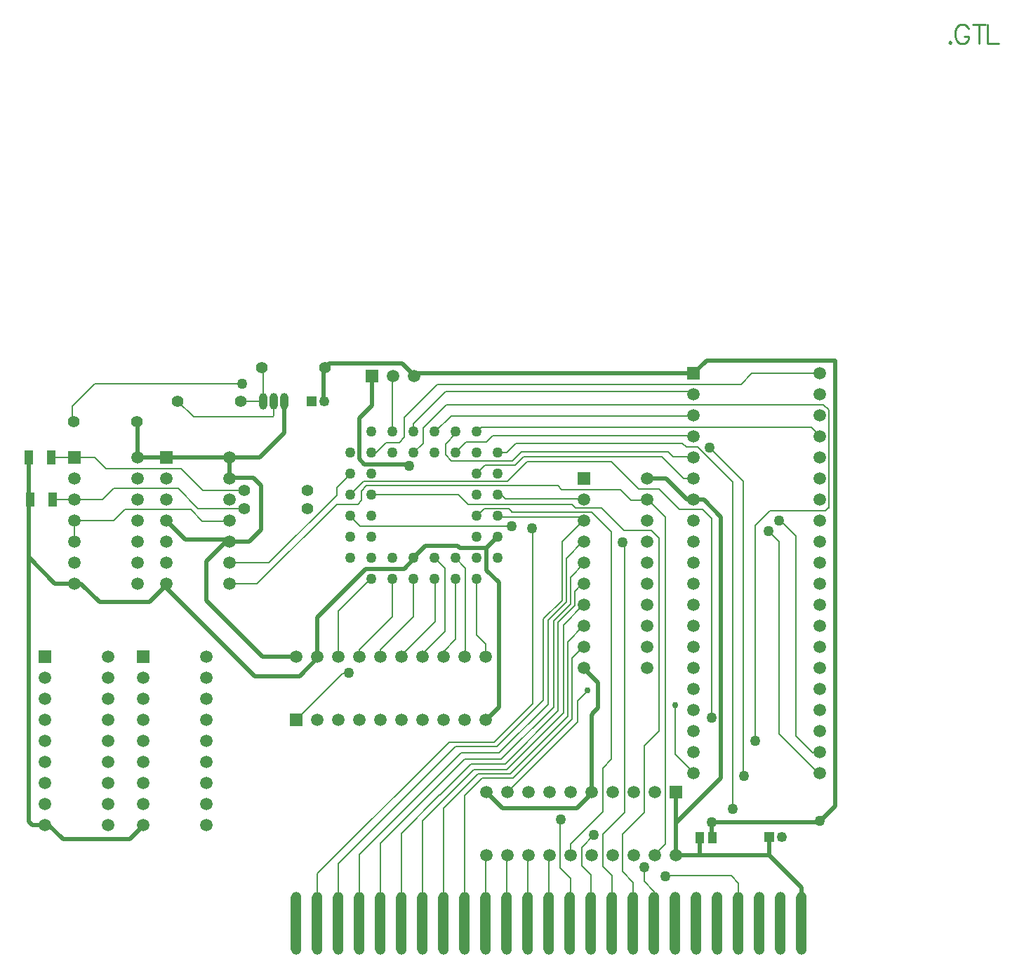
<source format=gtl>
%FSLAX25Y25*%
%MOIN*%
G70*
G01*
G75*
G04 Layer_Physical_Order=1*
G04 Layer_Color=255*
%ADD10R,0.04331X0.05512*%
%ADD11R,0.04331X0.06693*%
%ADD12O,0.05000X0.30000*%
%ADD13C,0.02000*%
%ADD14C,0.00800*%
%ADD15C,0.00900*%
%ADD16C,0.04921*%
%ADD17R,0.04921X0.04921*%
%ADD18R,0.05906X0.05906*%
%ADD19C,0.05906*%
%ADD20C,0.05906*%
%ADD21C,0.05512*%
%ADD22R,0.05906X0.05906*%
%ADD23R,0.05906X0.05906*%
%ADD24C,0.05000*%
%ADD25O,0.03937X0.07874*%
%ADD26C,0.03000*%
D10*
X323647Y54800D02*
D03*
X329553D02*
D03*
D11*
X16415Y215500D02*
D03*
X5785D02*
D03*
X15715Y235500D02*
D03*
X5085D02*
D03*
D12*
X132100Y14300D02*
D03*
X142100D02*
D03*
X152100D02*
D03*
X162100D02*
D03*
X172100D02*
D03*
X182100D02*
D03*
X192100D02*
D03*
X202100D02*
D03*
X212100D02*
D03*
X222100D02*
D03*
X232100D02*
D03*
X242100D02*
D03*
X252100D02*
D03*
X262100D02*
D03*
X272100D02*
D03*
X282100D02*
D03*
X292100D02*
D03*
X302100D02*
D03*
X312100D02*
D03*
X322100D02*
D03*
X332100D02*
D03*
X342100D02*
D03*
X352100D02*
D03*
X362100D02*
D03*
X372100D02*
D03*
D13*
X323700Y46500D02*
Y55300D01*
Y46500D02*
X356700D01*
X356400Y46800D02*
X356647Y47047D01*
Y55300D01*
X380500Y62400D02*
X387900Y69800D01*
X320500Y275100D02*
X327000Y281600D01*
X145500Y278200D02*
X147700Y280400D01*
X145053Y262600D02*
Y277853D01*
X320700Y215500D02*
X325600D01*
X333700Y207400D01*
Y83100D02*
Y207400D01*
X356700Y46500D02*
X372100Y31100D01*
Y16400D02*
Y31100D01*
Y14300D02*
Y26400D01*
X312400Y61800D02*
Y76500D01*
Y61800D02*
X333700Y83100D01*
X193500Y193600D02*
X208600D01*
X209600Y192600D01*
X222500D01*
X227700Y197800D01*
X228400Y198500D01*
X275300Y116600D02*
Y128700D01*
X329400Y55500D02*
Y62400D01*
Y55500D02*
X329800Y55100D01*
X312400Y46500D02*
X323700D01*
X323600Y55400D02*
X323700Y55300D01*
X312400Y46500D02*
Y61800D01*
X222500Y182000D02*
Y192600D01*
Y182000D02*
X228300Y176200D01*
Y116900D02*
Y176200D01*
X329400Y62400D02*
X380500D01*
X190200Y275500D02*
X320700D01*
X222400Y76500D02*
X230000Y68900D01*
X265300D01*
X272900Y76500D01*
X268400Y135600D02*
X275300Y128700D01*
X272400Y76500D02*
Y113106D01*
X272600Y113306D01*
Y113900D01*
X275300Y116600D01*
X114800Y235500D02*
X126400Y247100D01*
Y262400D01*
Y262500D01*
X101000Y235500D02*
X114800D01*
X100900D02*
X101000Y235400D01*
X115900Y140900D02*
X132000D01*
X89300Y167500D02*
X115900Y140900D01*
X89300Y167500D02*
Y186200D01*
X70200Y205500D02*
X79200Y196500D01*
X70000Y205700D02*
X70200Y205500D01*
X71500D01*
X70200Y235500D02*
X99400D01*
Y235400D02*
X100200Y234600D01*
X56600Y235500D02*
X69400D01*
X69800Y235100D01*
X56600Y235500D02*
Y252100D01*
X5085Y188115D02*
X17500Y175700D01*
X29800D02*
X38600Y166900D01*
X62200D01*
X188100Y274200D02*
Y274700D01*
X182400Y280400D02*
X188100Y274700D01*
X147700Y280400D02*
X182400D01*
X188400Y273700D02*
X190200Y275500D01*
X387900Y69800D02*
Y281600D01*
X327000D02*
X387900D01*
X100200Y225500D02*
Y226000D01*
Y234600D01*
X99800Y226000D02*
X100200D01*
X111800D02*
X115400Y222400D01*
X168100Y260200D02*
Y274200D01*
X162100Y254200D02*
X168100Y260200D01*
X162100Y234800D02*
Y254200D01*
Y234800D02*
X164500Y232400D01*
X184900D01*
X317800Y215500D02*
X320700D01*
X307700Y225600D02*
X317800Y215500D01*
X297800Y225600D02*
X307700D01*
X115400Y201300D02*
Y222400D01*
X109800Y195700D02*
X115400Y201300D01*
X89300Y186200D02*
X99600Y196500D01*
X99300Y195700D02*
X109800D01*
X79200Y196500D02*
X99600D01*
X100200Y226000D02*
X111800D01*
X142000Y140900D02*
Y159700D01*
X165000Y182700D01*
X183300D01*
X221800Y110400D02*
X228300Y116900D01*
X183300Y182700D02*
X187700Y187100D01*
X188200Y187600D01*
X187700Y187100D02*
Y187800D01*
X193500Y193600D01*
X112300Y131600D02*
X133600D01*
X62200Y166900D02*
X70200Y174900D01*
X70300Y175000D01*
X70200Y173700D02*
X112300Y131600D01*
X70200Y173700D02*
Y174900D01*
Y175500D01*
X133600Y131600D02*
X142500Y140500D01*
X70300Y175000D02*
X70700Y175400D01*
X70300Y175000D02*
Y175900D01*
X5085Y62600D02*
Y188115D01*
Y62600D02*
X6785Y60900D01*
X14500D02*
X21200Y54200D01*
X53100D01*
X6785Y60900D02*
X12800D01*
X14500D01*
X5085Y188115D02*
Y235500D01*
X53100Y54200D02*
X60400Y61500D01*
X17500Y175700D02*
X29800D01*
D14*
X222100Y46200D02*
X222400Y46500D01*
X222100Y14300D02*
Y46200D01*
X232100D02*
X232400Y46500D01*
X232100Y14300D02*
Y46200D01*
X242100D02*
X242400Y46500D01*
X242100Y14300D02*
Y46200D01*
X252100D02*
X252400Y46500D01*
X252100Y14300D02*
Y46200D01*
X252400Y76500D02*
Y76900D01*
X320700Y105500D02*
X321200D01*
X320700Y165500D02*
X320900D01*
X320700Y145500D02*
X320800D01*
X320700Y175500D02*
X321600D01*
X320700Y185500D02*
X321700D01*
X320700Y195500D02*
X321200D01*
X321500Y205500D02*
X321600Y205600D01*
X320700Y205500D02*
X321500D01*
X320700Y215500D02*
X321400D01*
X268800Y165500D02*
X268900D01*
X197700Y187900D02*
X202600Y183000D01*
X207700Y187800D02*
X212500Y183000D01*
Y141300D02*
Y183000D01*
X211900Y140700D02*
X212500Y141300D01*
X222000Y140900D02*
Y146800D01*
X217700Y151100D02*
X222000Y146800D01*
X217700Y151100D02*
Y177800D01*
Y178100D01*
X318800Y266900D02*
X320300Y265400D01*
X177700Y247800D02*
Y274300D01*
X380700Y105500D02*
X381200D01*
X207700Y237800D02*
X212800Y242900D01*
X268900Y205700D02*
X269200D01*
X277700Y67100D02*
Y88000D01*
X262400Y51800D02*
X277700Y67100D01*
X262400Y45900D02*
Y46500D01*
Y51800D01*
X197700Y247800D02*
X198000D01*
X202000Y140900D02*
Y143300D01*
X207800Y149100D01*
Y178000D01*
X192000Y140900D02*
Y142300D01*
X202600Y152900D01*
Y183000D01*
X182000Y140900D02*
Y141500D01*
X198100Y157600D01*
Y178100D01*
X172000Y140900D02*
Y144100D01*
X187700Y159800D01*
Y178100D01*
X162000Y140900D02*
Y144200D01*
X177700Y159900D01*
Y177700D01*
X167700Y197800D02*
X168200D01*
X302100Y14300D02*
Y28400D01*
X212100Y14300D02*
Y75000D01*
X202100Y14300D02*
Y68900D01*
X232400Y76500D02*
X265700Y109800D01*
Y120000D01*
X270200Y124500D01*
X212100Y75000D02*
X220400Y83300D01*
X202100Y68900D02*
X218500Y85300D01*
X312100Y94500D02*
Y117800D01*
X212800Y242900D02*
X222400D01*
X225400Y245900D02*
X320200D01*
Y245800D02*
X321200D01*
X292100Y14300D02*
Y33700D01*
X222400Y242900D02*
X225400Y245900D01*
X198000Y247800D02*
X205600Y255400D01*
X320500D01*
X320600Y255500D01*
X187700Y237800D02*
X192300Y242400D01*
Y249500D01*
X257500Y40600D02*
X262400Y35700D01*
X361400Y205700D02*
X362800Y204300D01*
X363300D01*
X258300Y195500D02*
X258400Y195600D01*
X227400Y218100D02*
X228900D01*
X231200Y215800D01*
X269200D01*
X152000Y140900D02*
Y162500D01*
X167600Y178100D01*
X286853Y38947D02*
X292100Y33700D01*
X219853Y249953D02*
X376547D01*
X380700Y245800D01*
X217700Y247800D02*
X219853Y249953D01*
X348300Y275500D02*
X380700D01*
X343200Y270400D02*
X348300Y275500D01*
X381000Y275400D02*
Y275800D01*
X258350Y195650D02*
X268550Y205850D01*
X268700Y206000D01*
X268550Y205850D02*
X268700Y205700D01*
X227700Y207800D02*
X228300Y207200D01*
X267200D01*
X268550Y205850D01*
X220500Y83200D02*
X235000D01*
X218500Y85300D02*
X233600D01*
X268000Y145300D02*
X268900D01*
X268500Y155500D02*
X268700D01*
X268500Y165500D02*
X268800D01*
X267800Y175500D02*
X268800D01*
X235000Y83200D02*
X262900Y111100D01*
X233600Y85300D02*
X260900Y112600D01*
X262900Y111100D02*
Y140200D01*
X268000Y145300D01*
X260900Y112600D02*
Y147900D01*
X268500Y155500D01*
X258900Y114200D02*
Y155900D01*
X268500Y165500D01*
X229400Y92200D02*
X254200Y117000D01*
X227500Y98100D02*
X249500Y120100D01*
Y158800D01*
X258300Y167600D01*
Y195500D01*
X251700Y118400D02*
Y158172D01*
X260300Y166772D01*
X254200Y117000D02*
Y157843D01*
X262300Y165943D01*
X256500Y115100D02*
Y157315D01*
X264300Y165115D01*
Y172000D01*
X267800Y175500D01*
X268600Y195500D02*
X268700D01*
X142100Y14300D02*
Y31300D01*
X377400Y95400D02*
X380700D01*
X361200Y104300D02*
X380000Y85500D01*
X380700D01*
X320200Y225600D02*
X320700D01*
X321000D01*
X227700Y237800D02*
X228100D01*
X214700Y270400D02*
X217000D01*
X343200D01*
X167700Y237800D02*
X169900D01*
X174800Y242700D01*
X180900D01*
X207700Y246800D02*
Y247800D01*
X202900Y242000D02*
X207700Y246800D01*
X202900Y236800D02*
Y242000D01*
Y236800D02*
X205800Y233900D01*
X319600Y235500D02*
X320700D01*
X311100Y235900D02*
X320500D01*
X217700Y227800D02*
X221800Y231900D01*
X308800Y238200D02*
X311100Y235900D01*
X342100Y14300D02*
Y33300D01*
X338600Y36800D02*
X342100Y33300D01*
X307300Y36800D02*
X338600D01*
X302100Y14300D02*
Y29200D01*
X297200Y34100D02*
X302100Y29200D01*
X302400Y46500D02*
Y47000D01*
X307400Y52000D02*
Y207300D01*
X298500Y215800D02*
X299300Y216600D01*
X302400Y47000D02*
X307400Y52000D01*
X286853Y38947D02*
Y56553D01*
X297300Y67000D02*
Y98600D01*
X304400Y105700D01*
Y197300D01*
X300800Y200900D02*
X304400Y197300D01*
X167600Y217800D02*
X167700D01*
X286853Y56553D02*
X297300Y67000D01*
X282100Y14300D02*
Y36900D01*
X277600Y41400D02*
X282100Y36900D01*
X277600Y41400D02*
Y56500D01*
X288100Y67000D01*
X287000Y195100D02*
X288100Y194000D01*
X162400Y202800D02*
X234500D01*
X157700Y207500D02*
X162400Y202800D01*
X288100Y67000D02*
Y194000D01*
X272100Y14300D02*
Y37200D01*
X267600Y41700D02*
X272100Y37200D01*
X267600Y41700D02*
Y50400D01*
X273400Y56200D01*
X344500Y221200D02*
Y221800D01*
Y221200D02*
Y224200D01*
X328400Y240300D02*
X344500Y224200D01*
X329200Y111800D02*
Y206500D01*
X324900Y210800D02*
X329200Y206500D01*
X314000Y210800D02*
X324900D01*
X304200Y220600D02*
X314000Y210800D01*
X164000Y224100D02*
X232200D01*
X157700Y217800D02*
X164000Y224100D01*
X198900Y270400D02*
X217000D01*
X187700Y247800D02*
Y251500D01*
X203100Y266900D01*
X318800D01*
X183200Y254700D02*
X198900Y270400D01*
X180900Y242700D02*
X183300Y245100D01*
Y254900D01*
X192300Y249500D02*
X203500Y260700D01*
X382300D01*
X384900Y258100D01*
X36200Y270500D02*
X106500D01*
X25600Y259900D02*
X36200Y270500D01*
X25600Y253800D02*
Y259900D01*
X26600Y205500D02*
X45300D01*
X50700Y210900D01*
X15715Y235500D02*
X25800D01*
X16415Y215500D02*
X26400D01*
X26600Y196000D02*
Y205500D01*
Y196000D02*
X26900Y195700D01*
X115800Y278000D02*
X116400Y277400D01*
X105700Y262400D02*
X115900D01*
X116400D02*
Y277400D01*
X75700Y262400D02*
X83200Y254900D01*
X120900D01*
X121500Y255500D01*
Y262500D01*
X50700Y210900D02*
X60100D01*
X81900D02*
X87400Y205400D01*
X60100Y210900D02*
X81900D01*
X87400Y205400D02*
X101200D01*
X238700Y238100D02*
X238900Y238200D01*
X308800D01*
X227700Y237800D02*
X231900D01*
X236500Y242400D01*
X315400D01*
X317300Y240500D01*
X322600D01*
X205800Y233900D02*
X234600D01*
X238900Y238200D01*
X26600Y235500D02*
X36200D01*
X41600Y230100D01*
X77500D01*
X87700Y219900D01*
X106700D01*
X100200Y185500D02*
X119100D01*
X151300Y217700D01*
Y221300D01*
X157700Y227700D01*
X100200Y175500D02*
X113300D01*
X151200Y213400D01*
X272400Y209700D02*
X281800Y200300D01*
X232900Y211300D02*
X234400Y209800D01*
X217400Y208000D02*
X217900D01*
X217700Y207800D02*
X217900Y208000D01*
X221200Y211300D01*
X234400Y209700D02*
X272400D01*
X221200Y211300D02*
X232900D01*
X239900Y235900D02*
X305800D01*
X235900Y231900D02*
X239900Y235900D01*
X221800Y231900D02*
X235900D01*
X316100Y225600D02*
X320700D01*
X305800Y235900D02*
X316100Y225600D01*
X232200Y224100D02*
X241700Y233600D01*
X281700D01*
X294700Y220600D01*
X304200D01*
X151200Y213400D02*
X161200D01*
X163000Y215200D01*
Y219700D01*
X165400Y222100D01*
X256200D01*
X258100Y220200D01*
X286100D01*
X291100Y215200D01*
X299100Y215600D02*
X307400Y207300D01*
X291100Y215200D02*
X299200D01*
X263100Y213100D02*
X264753Y211447D01*
X277153D01*
X262300Y178700D02*
X268800Y185200D01*
X262300Y165943D02*
Y178700D01*
X260300Y166772D02*
Y187600D01*
X268500Y195800D01*
X268400Y195500D02*
X269000Y196100D01*
X26600Y215500D02*
X40000D01*
X45300Y220800D01*
X76100D01*
X85500Y211400D01*
X105700D01*
X106000Y211700D01*
X132000Y110900D02*
X154000Y132900D01*
X156700D01*
X156900Y133100D01*
X312100Y94500D02*
X321000Y85600D01*
X232000Y87300D02*
X258900Y114200D01*
X231300Y89900D02*
X256500Y115100D01*
X228500Y95200D02*
X251700Y118400D01*
X142100Y31300D02*
Y37800D01*
X204600Y100300D01*
X225900D01*
X152100Y14300D02*
Y42500D01*
X207700Y98100D01*
X227500D01*
X162100Y14300D02*
Y47000D01*
X210300Y95200D01*
X228500D01*
X219600Y92200D02*
X229400D01*
X171900Y52100D02*
X212000Y92200D01*
X171900Y45200D02*
Y52100D01*
X172100Y14300D02*
Y45200D01*
X212000Y92200D02*
X219600D01*
X200200Y75100D02*
X215000Y89900D01*
X231300D01*
X181900Y24100D02*
Y56900D01*
X200100Y75100D01*
X200200D01*
X192100Y14300D02*
Y63000D01*
X216400Y87300D01*
X232000D01*
X356300Y200600D02*
X361200Y195700D01*
Y104300D02*
Y195700D01*
X277153Y211447D02*
X287700Y200900D01*
X300800D01*
X349900Y100800D02*
Y203100D01*
X357000Y210200D01*
X257500Y40600D02*
Y63700D01*
X262400Y14300D02*
Y35700D01*
X357000Y210200D02*
X383300D01*
X384900Y211800D01*
Y211700D02*
Y211800D01*
Y258100D01*
X369500Y103300D02*
X377400Y95400D01*
X369500Y103300D02*
Y198300D01*
X363500Y204300D02*
X369500Y198300D01*
X322600Y240500D02*
X339300Y223800D01*
Y68300D02*
Y223800D01*
X272300Y46400D02*
X272400Y46500D01*
X297200Y34100D02*
Y40800D01*
X277700Y88000D02*
X281800Y92100D01*
Y189700D01*
Y200300D01*
X225900Y100300D02*
X244300Y118700D01*
Y201800D01*
X244100Y202000D02*
X244300Y201800D01*
X167700Y217800D02*
X209100D01*
X213800Y213100D01*
X263100D01*
X344500Y84000D02*
Y221200D01*
D15*
X442528Y433157D02*
X442100Y432728D01*
X442528Y432300D01*
X442957Y432728D01*
X442528Y433157D01*
X451355Y439156D02*
X450927Y440013D01*
X450070Y440870D01*
X449213Y441298D01*
X447499D01*
X446642Y440870D01*
X445785Y440013D01*
X445357Y439156D01*
X444928Y437870D01*
Y435728D01*
X445357Y434442D01*
X445785Y433585D01*
X446642Y432728D01*
X447499Y432300D01*
X449213D01*
X450070Y432728D01*
X450927Y433585D01*
X451355Y434442D01*
Y435728D01*
X449213D02*
X451355D01*
X456411Y441298D02*
Y432300D01*
X453412Y441298D02*
X459411D01*
X460482D02*
Y432300D01*
X465624D01*
D16*
X362553Y55300D02*
D03*
X145253Y262200D02*
D03*
D17*
X356647Y55300D02*
D03*
X139347Y262200D02*
D03*
D18*
X312400Y76500D02*
D03*
X132000Y110900D02*
D03*
D19*
X302400Y76500D02*
D03*
X292400D02*
D03*
X282400D02*
D03*
X272400D02*
D03*
X262400D02*
D03*
X252400D02*
D03*
X242400D02*
D03*
X232400D02*
D03*
X222400D02*
D03*
X312400Y46500D02*
D03*
X292400D02*
D03*
X282400D02*
D03*
X272400D02*
D03*
X262400D02*
D03*
X252400D02*
D03*
X242400D02*
D03*
X232400D02*
D03*
X222400D02*
D03*
X56600Y175500D02*
D03*
Y185500D02*
D03*
Y195500D02*
D03*
Y205500D02*
D03*
Y215500D02*
D03*
Y225500D02*
D03*
Y235500D02*
D03*
X26600Y175500D02*
D03*
Y185500D02*
D03*
Y195500D02*
D03*
Y205500D02*
D03*
Y215500D02*
D03*
Y225500D02*
D03*
X320700Y265500D02*
D03*
Y255500D02*
D03*
Y245500D02*
D03*
Y235500D02*
D03*
Y225500D02*
D03*
Y215500D02*
D03*
Y205500D02*
D03*
Y195500D02*
D03*
Y185500D02*
D03*
Y175500D02*
D03*
Y165500D02*
D03*
Y155500D02*
D03*
Y145500D02*
D03*
Y135500D02*
D03*
Y125500D02*
D03*
Y115500D02*
D03*
Y105500D02*
D03*
Y95500D02*
D03*
Y85500D02*
D03*
X380700Y275500D02*
D03*
Y265500D02*
D03*
Y255500D02*
D03*
Y245500D02*
D03*
Y235500D02*
D03*
Y225500D02*
D03*
Y215500D02*
D03*
Y205500D02*
D03*
Y195500D02*
D03*
Y185500D02*
D03*
Y175500D02*
D03*
Y165500D02*
D03*
Y155500D02*
D03*
Y145500D02*
D03*
Y135500D02*
D03*
Y125500D02*
D03*
Y115500D02*
D03*
Y105500D02*
D03*
Y95500D02*
D03*
Y85500D02*
D03*
X142000Y110900D02*
D03*
X152000D02*
D03*
X162000D02*
D03*
X172000D02*
D03*
X182000D02*
D03*
X192000D02*
D03*
X202000D02*
D03*
X212000D02*
D03*
X222000D02*
D03*
X132000Y140900D02*
D03*
X152000D02*
D03*
X162000D02*
D03*
X172000D02*
D03*
X182000D02*
D03*
X192000D02*
D03*
X202000D02*
D03*
X212000D02*
D03*
X222000D02*
D03*
X268800Y215500D02*
D03*
Y205500D02*
D03*
Y195500D02*
D03*
Y185500D02*
D03*
Y175500D02*
D03*
Y165500D02*
D03*
Y155500D02*
D03*
Y145500D02*
D03*
Y135500D02*
D03*
X298800Y225500D02*
D03*
Y205500D02*
D03*
Y195500D02*
D03*
Y185500D02*
D03*
Y175500D02*
D03*
Y165500D02*
D03*
Y155500D02*
D03*
Y145500D02*
D03*
Y135500D02*
D03*
D20*
X302400Y46500D02*
D03*
X70200Y225500D02*
D03*
Y215500D02*
D03*
Y205500D02*
D03*
Y195500D02*
D03*
Y185500D02*
D03*
Y175500D02*
D03*
X100200Y235500D02*
D03*
Y225500D02*
D03*
Y215500D02*
D03*
Y205500D02*
D03*
Y195500D02*
D03*
Y185500D02*
D03*
Y175500D02*
D03*
X178100Y274200D02*
D03*
X188100D02*
D03*
X142000Y140900D02*
D03*
X298800Y215500D02*
D03*
X59500Y130900D02*
D03*
Y120900D02*
D03*
Y110900D02*
D03*
Y100900D02*
D03*
Y90900D02*
D03*
Y80900D02*
D03*
Y70900D02*
D03*
Y60900D02*
D03*
X89500Y140900D02*
D03*
Y130900D02*
D03*
Y120900D02*
D03*
Y110900D02*
D03*
Y100900D02*
D03*
Y90900D02*
D03*
Y80900D02*
D03*
Y70900D02*
D03*
Y60900D02*
D03*
X12800Y130900D02*
D03*
Y120900D02*
D03*
Y110900D02*
D03*
Y100900D02*
D03*
Y90900D02*
D03*
Y80900D02*
D03*
Y70900D02*
D03*
Y60900D02*
D03*
X42800Y140900D02*
D03*
Y130900D02*
D03*
Y120900D02*
D03*
Y110900D02*
D03*
Y100900D02*
D03*
Y90900D02*
D03*
Y80900D02*
D03*
Y70900D02*
D03*
Y60900D02*
D03*
D21*
X107200Y211200D02*
D03*
X137200D02*
D03*
X107200Y220000D02*
D03*
X137200D02*
D03*
X56400Y252700D02*
D03*
X26400D02*
D03*
X145800Y278300D02*
D03*
X115800D02*
D03*
X105700Y262400D02*
D03*
X75700D02*
D03*
D22*
X70200Y235500D02*
D03*
X168100Y274200D02*
D03*
X59500Y140900D02*
D03*
X12800D02*
D03*
D23*
X26600Y235500D02*
D03*
X320700Y275500D02*
D03*
X268800Y225500D02*
D03*
D24*
X157700Y237800D02*
D03*
Y227800D02*
D03*
Y217800D02*
D03*
Y207800D02*
D03*
Y197800D02*
D03*
Y187800D02*
D03*
X167700Y247800D02*
D03*
Y237800D02*
D03*
Y227800D02*
D03*
Y217800D02*
D03*
Y207800D02*
D03*
Y197800D02*
D03*
Y187800D02*
D03*
Y177800D02*
D03*
X177700Y247800D02*
D03*
Y237800D02*
D03*
Y187800D02*
D03*
Y177800D02*
D03*
X187700Y247800D02*
D03*
Y237800D02*
D03*
Y187800D02*
D03*
X197700Y247800D02*
D03*
Y237800D02*
D03*
Y187800D02*
D03*
Y177800D02*
D03*
X207700Y247800D02*
D03*
Y187800D02*
D03*
Y177800D02*
D03*
X217700Y247800D02*
D03*
Y237800D02*
D03*
Y227800D02*
D03*
Y217800D02*
D03*
Y207800D02*
D03*
Y197800D02*
D03*
Y187800D02*
D03*
Y177800D02*
D03*
X227700Y237800D02*
D03*
Y227800D02*
D03*
Y217800D02*
D03*
Y207800D02*
D03*
Y197800D02*
D03*
Y187800D02*
D03*
X187700Y177800D02*
D03*
X207700Y237800D02*
D03*
X329400Y62400D02*
D03*
X356300Y200600D02*
D03*
X349900Y100800D02*
D03*
X257600Y63700D02*
D03*
X361400Y205700D02*
D03*
X244100Y202000D02*
D03*
X380700Y62800D02*
D03*
X307500Y36600D02*
D03*
X287000Y195100D02*
D03*
X234500Y202800D02*
D03*
X273400Y56200D02*
D03*
X328400Y240300D02*
D03*
X329200Y111800D02*
D03*
X106500Y270500D02*
D03*
X185700Y231600D02*
D03*
X156900Y133100D02*
D03*
X339500Y68500D02*
D03*
X344700Y84100D02*
D03*
X272300Y46400D02*
D03*
X297300Y40800D02*
D03*
D25*
X116400Y262400D02*
D03*
X121400D02*
D03*
X126400D02*
D03*
D26*
X270200Y124800D02*
D03*
X312100Y117800D02*
D03*
M02*

</source>
